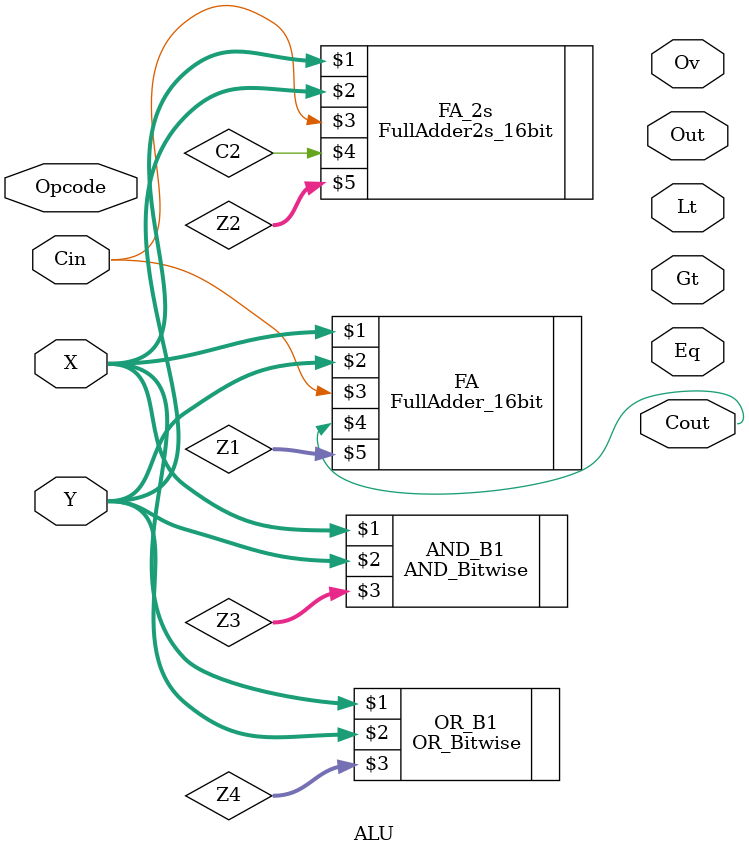
<source format=v>
`timescale 1ns / 1ps

// Variables:
//              X, Y: are two input words
//              Out : is the output word result, 
//              Cin : is  the carry in bit, 
//              Cout : is the carryout bit.
//              Lt, Eq, Gt: are comparison indicator bits(for less than, equal, and greater than)
//              Ov: is the overflow indicator
//              Opcode: is the operation select ion [2:0]

//          TODO: Overflow flag
//          TODO: Lt,Eq,Gt flag
//          TODO: BNE module
//          TODO: Set lt flag module
//          TODO: set carry out flag
//          TODO: Verify Mux working

//////////////////////////////////////////////////////////////////////////////////

//         input1(16b),input2(16b),Output(16b),CarryIn,CarryOut,LessThan,EqualTo,GreaterThan,Overflow,Opcode 
module ALU(X          ,Y          ,Out        ,Cin    ,Cout    ,Lt      ,Eq     ,Gt         ,Ov      ,Opcode);
    // inputs
    input [15:0] X,Y;
    input Cin;
    input [2:0] Opcode;
    // ouputs
    output Cout,Lt,Eq,Gt,Ov;
    output [15:0] Out;
    // intermediate connections
    wire [7:0] EN_DIS;// Enable/Disable operations. ouput of decoder
    wire [15:0] Z1,Z2,Z3,Z4;
    wire C1, C2; // Carry Out bits for FA and FA w/2's
    
    // 1. Use Opcode input to select operation
    // A Decoder will enable the selected Opcode and disable the rest
    // Logic is high wo we will invert the outputs                
    // Decoder is always enabled
    
    // DONT NEED DECODER
    //                                       Enable,Input(3b),Output(8b)                
    //Decoder_3to8            DECODER1        (1'b0  ,Opcode   ,EN_DIS);    
    //not                     NOT1            (EN_DISn,EN_DIS);
    
    // 2. Use input data X and Y to perform ALU operation
   
    //                                       input1(16b),input2(16b),CarryIn,CarryOut,Output(16b)
    // OPERATION 000: unsigned addition
    FullAdder_16bit         FA              (X          ,Y          ,Cin    ,Cout    ,Z1);
    //                                       input1(16b),input2(16b),CarryIn,CarryOut,Output(16b)
    // OPERATION 001: 2's complement add/sub
    FullAdder2s_16bit       FA_2s           (X          ,Y          ,Cin    ,C2      ,Z2);             
    //                                       input1(16b),input2(16b),output(16b) 
    AND_Bitwise             AND_B1          (X          ,Y          ,Z3);
    //                                       input1(16b),input2(16b),output(16b) 
    OR_Bitwise              OR_B1           (X          ,Y          ,Z4);
    
    
    // Cout flag
    //or                      OR1             (Cout,C1,C2);
    
    
    // 3. Output the solution
    //                   Enable,Select,Input1,Input2,Input3,Input4,Input5,Input6,Input7,input8, Output
    Mux16bit_8to1            MUX1           (E     ,   S  , X0,X1,X2,X3,X4,X5,16'b0,16'b0, Z);
endmodule

</source>
